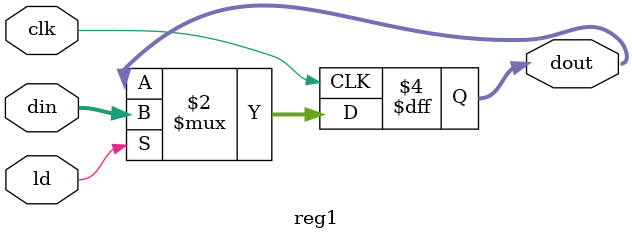
<source format=v>
`timescale 1ns / 1ps

module reg1(dout, din, ld, clk);

    input clk, ld;
    input [15:0] din;
    output reg [15:0]dout;

    always @ (posedge clk)
     if (ld) dout <= din;

endmodule
</source>
